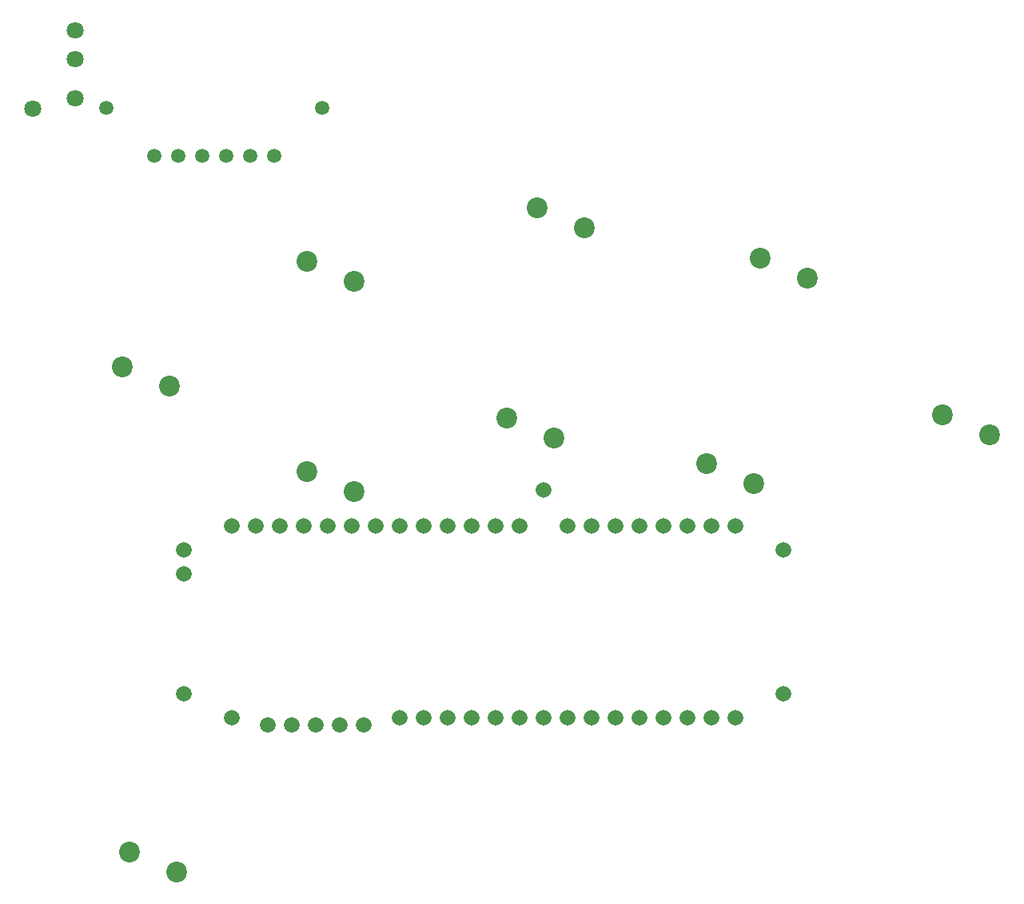
<source format=gbs>
G04 #@! TF.GenerationSoftware,KiCad,Pcbnew,8.0.2*
G04 #@! TF.CreationDate,2024-05-28T17:08:08+09:00*
G04 #@! TF.ProjectId,LLv2_R,4c4c7632-5f52-42e6-9b69-6361645f7063,rev?*
G04 #@! TF.SameCoordinates,Original*
G04 #@! TF.FileFunction,Soldermask,Bot*
G04 #@! TF.FilePolarity,Negative*
%FSLAX46Y46*%
G04 Gerber Fmt 4.6, Leading zero omitted, Abs format (unit mm)*
G04 Created by KiCad (PCBNEW 8.0.2) date 2024-05-28 17:08:08*
%MOMM*%
%LPD*%
G01*
G04 APERTURE LIST*
%ADD10C,2.200000*%
%ADD11C,1.800000*%
%ADD12C,1.665000*%
%ADD13C,1.500000*%
G04 APERTURE END LIST*
D10*
G04 #@! TO.C,\u00D7*
X39811000Y-52083000D03*
X34811000Y-49983000D03*
G04 #@! TD*
D11*
G04 #@! TO.C,J1*
X10250000Y-6300000D03*
X10250000Y-10400000D03*
X5750000Y-11500000D03*
X10250000Y-3200000D03*
G04 #@! TD*
D10*
G04 #@! TO.C,\u3007*
X60947000Y-46426000D03*
X55947000Y-44326000D03*
G04 #@! TD*
G04 #@! TO.C,L2*
X21000000Y-92400000D03*
X16000000Y-90300000D03*
G04 #@! TD*
G04 #@! TO.C,\u25B3*
X64195000Y-24161000D03*
X59195000Y-22061000D03*
G04 #@! TD*
D12*
G04 #@! TO.C,Teensy4.1*
X26810000Y-76050000D03*
X29350000Y-55730000D03*
X30620000Y-76810000D03*
X38240000Y-76810000D03*
X39510000Y-55730000D03*
X40780000Y-76810000D03*
X42050000Y-55730000D03*
X44590000Y-55730000D03*
X47130000Y-55730000D03*
X49670000Y-55730000D03*
X52210000Y-55730000D03*
X52210000Y-76050000D03*
X54750000Y-76050000D03*
X57290000Y-76050000D03*
X59830000Y-76050000D03*
X62370000Y-55730000D03*
X62370000Y-76050000D03*
X64910000Y-55730000D03*
X64910000Y-76050000D03*
X67450000Y-55730000D03*
X67450000Y-76050000D03*
X69990000Y-55730000D03*
X69990000Y-76050000D03*
X72530000Y-55730000D03*
X72530000Y-76050000D03*
X75070000Y-55730000D03*
X75070000Y-76050000D03*
X77610000Y-76050000D03*
X80150000Y-76050000D03*
X85230000Y-73510000D03*
X44590000Y-76050000D03*
X47130000Y-76050000D03*
X49670000Y-76050000D03*
X57290000Y-55730000D03*
X54750000Y-55730000D03*
X36970000Y-55730000D03*
X34430000Y-55730000D03*
X31890000Y-55730000D03*
X85230000Y-58270000D03*
X80150000Y-55730000D03*
X77610000Y-55730000D03*
X35700000Y-76810000D03*
X33160000Y-76810000D03*
X21730000Y-58270000D03*
X21730000Y-60810000D03*
X59830000Y-51920000D03*
X26810000Y-55730000D03*
X21730000Y-73510000D03*
G04 #@! TD*
D10*
G04 #@! TO.C,R1*
X87743000Y-29484000D03*
X82743000Y-27384000D03*
G04 #@! TD*
G04 #@! TO.C,R2*
X82110000Y-51267000D03*
X77110000Y-49167000D03*
G04 #@! TD*
G04 #@! TO.C,R3*
X20254000Y-40958000D03*
X15254000Y-38858000D03*
G04 #@! TD*
G04 #@! TO.C,L1*
X107082000Y-46105000D03*
X102082000Y-44005000D03*
G04 #@! TD*
D13*
G04 #@! TO.C,4090USBCBreakout1*
X13540000Y-11430000D03*
X18620000Y-16510000D03*
X21160000Y-16510000D03*
X23700000Y-16510000D03*
X26240000Y-16510000D03*
X28780000Y-16510000D03*
X31320000Y-16510000D03*
X36400000Y-11430000D03*
G04 #@! TD*
D10*
G04 #@! TO.C,\u25A1*
X39811000Y-29833000D03*
X34811000Y-27733000D03*
G04 #@! TD*
M02*

</source>
